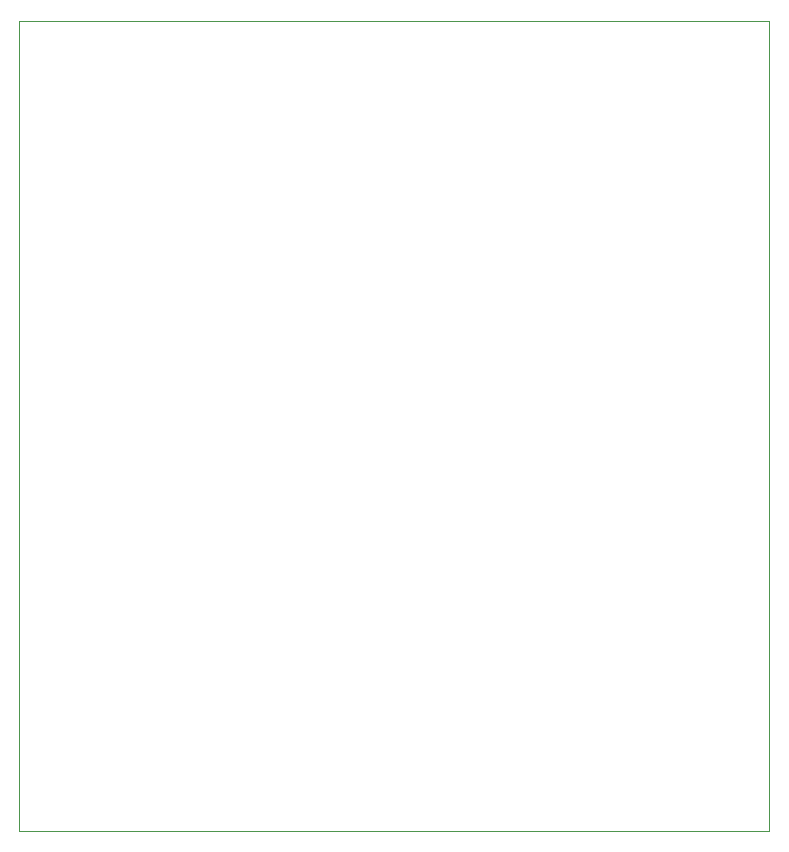
<source format=gm1>
%TF.GenerationSoftware,KiCad,Pcbnew,(6.0.7)*%
%TF.CreationDate,2022-08-10T04:42:37-07:00*%
%TF.ProjectId,pulse-pcb,70756c73-652d-4706-9362-2e6b69636164,rev?*%
%TF.SameCoordinates,Original*%
%TF.FileFunction,Profile,NP*%
%FSLAX46Y46*%
G04 Gerber Fmt 4.6, Leading zero omitted, Abs format (unit mm)*
G04 Created by KiCad (PCBNEW (6.0.7)) date 2022-08-10 04:42:37*
%MOMM*%
%LPD*%
G01*
G04 APERTURE LIST*
%TA.AperFunction,Profile*%
%ADD10C,0.100000*%
%TD*%
G04 APERTURE END LIST*
D10*
X154940000Y-134620000D02*
X91440000Y-134620000D01*
X91440000Y-134620000D02*
X91440000Y-66040000D01*
X91440000Y-66040000D02*
X154940000Y-66040000D01*
X154940000Y-66040000D02*
X154940000Y-134620000D01*
M02*

</source>
